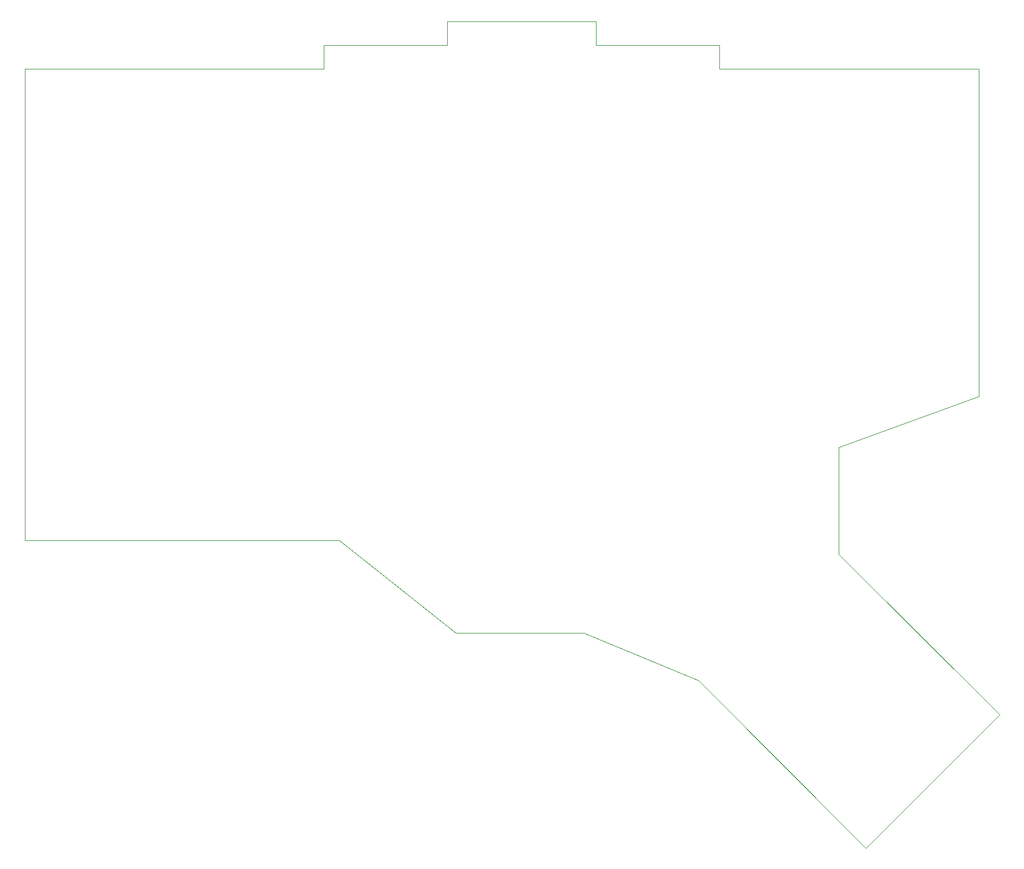
<source format=gbr>
%TF.GenerationSoftware,KiCad,Pcbnew,9.0.0*%
%TF.CreationDate,2025-03-18T17:15:54-04:00*%
%TF.ProjectId,skylight,736b796c-6967-4687-942e-6b696361645f,1.0*%
%TF.SameCoordinates,Original*%
%TF.FileFunction,Profile,NP*%
%FSLAX46Y46*%
G04 Gerber Fmt 4.6, Leading zero omitted, Abs format (unit mm)*
G04 Created by KiCad (PCBNEW 9.0.0) date 2025-03-18 17:15:54*
%MOMM*%
%LPD*%
G01*
G04 APERTURE LIST*
%TA.AperFunction,Profile*%
%ADD10C,0.100000*%
%TD*%
G04 APERTURE END LIST*
D10*
X148500000Y-88375000D02*
X148500000Y-104000000D01*
X113000000Y-26000000D02*
X91250000Y-26000000D01*
X128000000Y-122500000D02*
X111250000Y-115500000D01*
X75500000Y-102000000D02*
X29500000Y-102000000D01*
X131000000Y-29500000D02*
X113000000Y-29500000D01*
X73250000Y-29500000D02*
X73250000Y-33000000D01*
X172000000Y-127500000D02*
X152500000Y-147000000D01*
X91250000Y-29500000D02*
X73250000Y-29500000D01*
X169000000Y-33000000D02*
X169000000Y-80904661D01*
X148500000Y-104000000D02*
X172000000Y-127500000D01*
X92500000Y-115500000D02*
X75500000Y-102000000D01*
X131000000Y-29500000D02*
X131000000Y-33000000D01*
X73250000Y-33000000D02*
X29500000Y-33000000D01*
X29500000Y-102000000D02*
X29500000Y-33000000D01*
X169000000Y-80904661D02*
X148500000Y-88375000D01*
X113000000Y-26000000D02*
X113000000Y-29500000D01*
X91250000Y-26000000D02*
X91250000Y-29500000D01*
X152500000Y-147000000D02*
X128000000Y-122500000D01*
X111250000Y-115500000D02*
X92500000Y-115500000D01*
X169000000Y-33000000D02*
X131000000Y-33000000D01*
M02*

</source>
